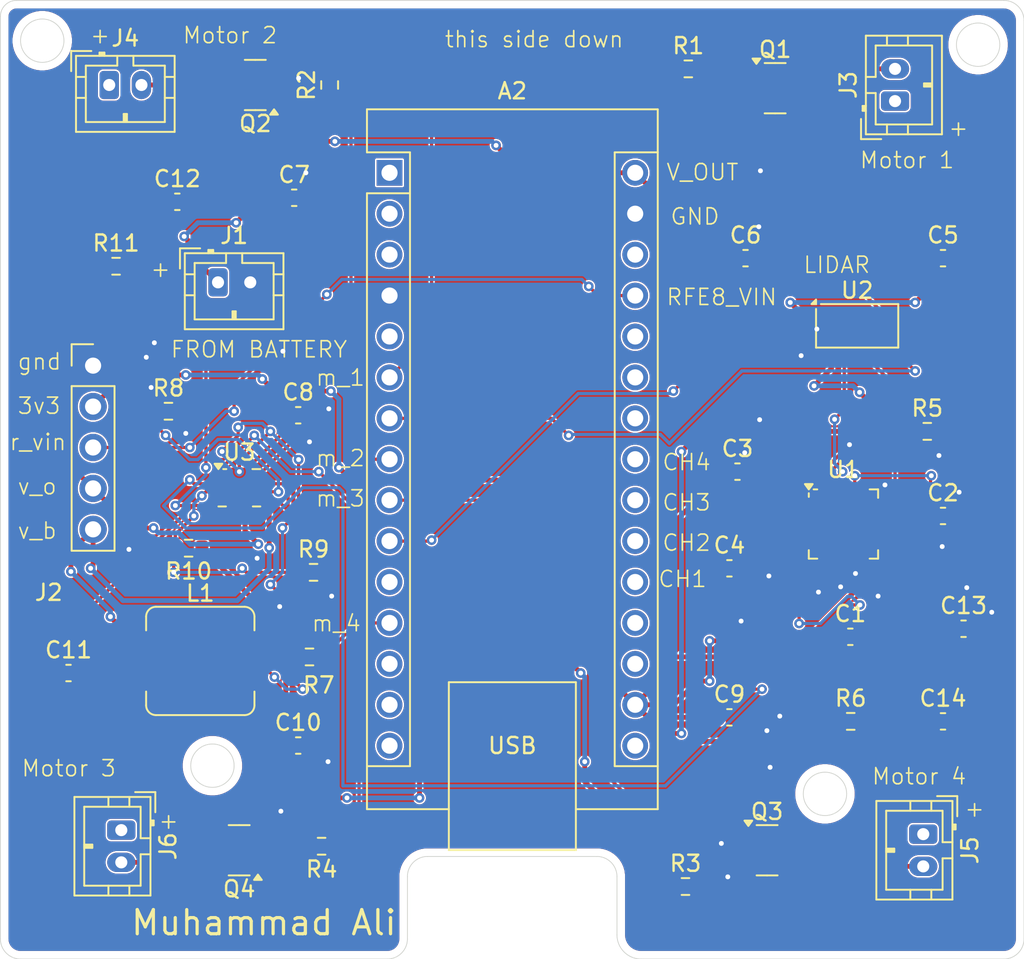
<source format=kicad_pcb>
(kicad_pcb (version 20241229) (generator "pcbnew") (generator_version "9.0")
  (layers (0 "F.Cu" signal) (4 "In1.Cu" signal) (6 "In2.Cu" signal) (2 "B.Cu" signal) (13 "F.Paste" user) (15 "B.Paste" user) (5 "F.SilkS" user "F.Silkscreen") (7 "B.SilkS" user "B.Silkscreen") (1 "F.Mask" user) (3 "B.Mask" user) (25 "Edge.Cuts" user))
  (net 0 "")
  (net 1 "/Motor Switch 3")
  (net 8 "GND")
  (net 9 "/Motor Switch2")
  (net 10 "+3V3")
  (net 14 "V_OUT")
  (net 15 "CH4")
  (net 17 "/LIDAR_GPIO1")
  (net 18 "CH3")
  (net 19 "CH1")
  (net 22 "/MOTOR0_SWITCH1")
  (net 23 "CH2")
  (net 24 "/Motor Switch 4")
  (net 25 "R8EF_VIN")
  (net 27 "/LIDAR_XSHUT")
  (net 30 "Net-(U1-REGOUT)")
  (net 31 "Net-(U1-CPOUT)")
  (net 32 "V_BAT")
  (net 33 "Net-(U3-SW)")
  (net 34 "Net-(U3-BOOT)")
  (net 35 "Net-(U3-VCC)")
  (net 36 "Net-(U3-COMP)")
  (net 37 "Net-(C12-Pad1)")
  (net 38 "/Motor_Drain_1")
  (net 39 "Net-(Q1-G)")
  (net 40 "/Motor Drain 2")
  (net 41 "Net-(Q2-G)")
  (net 42 "Net-(Q3-G)")
  (net 43 "/Motor Drain 3")
  (net 44 "/Motor Drain 4")
  (net 45 "Net-(Q4-G)")
  (net 46 "SDA")
  (net 47 "SCL")
  (net 48 "Net-(U3-FSW)")
  (net 49 "Net-(U3-ILIM)")
  (net 50 "Net-(U3-FB)")
  (net 62 "/MCP_INT")
  (footprint "Resistor_SMD:R_0603_1608Metric" (layer "F.Cu") (at 68.925 91.75 180)
    (property "Reference" "R4")
    (property "Value" "100")
  )
  (footprint "Package_TO_SOT_SMD:SOT-23" (layer "F.Cu") (at 96.5625 92)
    (property "Reference" "Q3")
    (property "Value" "TSM2302CX")
  )
  (footprint "Resistor_SMD:R_0603_1608Metric" (layer "F.Cu") (at 60.675 73.25 180)
    (property "Reference" "R10")
    (property "Value" "681k")
  )
  (footprint "Package_DFN_QFN:Texas_VQFN-RNR0011A-11" (layer "F.Cu") (at 63.825 69.5)
    (property "Reference" "U3")
    (property "Value" "TPS61089")
  )
  (footprint "Connector_JST:JST_PH_B2B-PH-K_1x02_P2.00mm_Vertical" (layer "F.Cu") (at 104.5 45.5 90)
    (property "Reference" "J3")
    (property "Value" "Conn_01x02")
  )
  (footprint "Sensor_Motion:InvenSense_QFN-24_4x4mm_P0.5mm" (layer "F.Cu") (at 101.3 71.75)
    (property "Reference" "U1")
    (property "Value" "MPU-6050")
  )
  (footprint "Resistor_SMD:R_0603_1608Metric" (layer "F.Cu") (at 101.75 84)
    (property "Reference" "R6")
    (property "Value" "1k")
  )
  (footprint "Package_TO_SOT_SMD:SOT-23" (layer "F.Cu") (at 97.0625 44.7)
    (property "Reference" "Q1")
    (property "Value" "TSM2302CX")
  )
  (footprint "Capacitor_SMD:C_0603_1608Metric" (layer "F.Cu") (at 95.225 55.25)
    (property "Reference" "C6")
    (property "Value" "4.7uC")
  )
  (footprint "Resistor_SMD:R_0603_1608Metric" (layer "F.Cu") (at 69.425 44.5 90)
    (property "Reference" "R2")
    (property "Value" "100")
  )
  (footprint "Connector_JST:JST_PH_B2B-PH-K_1x02_P2.00mm_Vertical" (layer "F.Cu") (at 106.25 91 -90)
    (property "Reference" "J5")
    (property "Value" "Conn_01x02")
  )
  (footprint "Resistor_SMD:R_0603_1608Metric" (layer "F.Cu") (at 106.5 66)
    (property "Reference" "R5")
    (property "Value" "1k")
  )
  (footprint "Resistor_SMD:R_0603_1608Metric" (layer "F.Cu") (at 56.175 55.75)
    (property "Reference" "R11")
    (property "Value" "17.4 k")
  )
  (footprint "Connector_PinHeader_2.54mm:PinHeader_1x05_P2.54mm_Vertical" (layer "F.Cu") (at 54.75 61.92)
    (property "Reference" "J2")
    (property "Value" "Conn_01x05")
  )
  (footprint "Package_TO_SOT_SMD:SOT-23" (layer "F.Cu") (at 64.8125 44.5 180)
    (property "Reference" "Q2")
    (property "Value" "TSM2302CX")
  )
  (footprint "Capacitor_SMD:C_0603_1608Metric" (layer "F.Cu") (at 107.475 84)
    (property "Reference" "C14")
    (property "Value" "22 uF")
  )
  (footprint "Resistor_SMD:R_0603_1608Metric" (layer "F.Cu") (at 91.675 43.5)
    (property "Reference" "R1")
    (property "Value" "100")
  )
  (footprint "Module:Arduino_Nano" (layer "F.Cu") (at 73.14 49.95)
    (property "Reference" "A2")
    (property "Value" "Arduino_Nano_v3.x")
  )
  (footprint "Resistor_SMD:R_0603_1608Metric" (layer "F.Cu") (at 68.175 80)
    (property "Reference" "R7")
    (property "Value" "301k")
  )
  (footprint "Capacitor_SMD:C_0603_1608Metric" (layer "F.Cu") (at 59.975 51.75)
    (property "Reference" "C12")
    (property "Value" "4.7 nF")
  )
  (footprint "Capacitor_SMD:C_0603_1608Metric" (layer "F.Cu") (at 67.225 51.5)
    (property "Reference" "C7")
    (property "Value" "22 uF")
  )
  (footprint "Resistor_SMD:R_0603_1608Metric" (layer "F.Cu") (at 68.425 74.75)
    (property "Reference" "R9")
    (property "Value" "107k")
  )
  (footprint "Package_TO_SOT_SMD:SOT-23" (layer "F.Cu") (at 63.8125 92 180)
    (property "Reference" "Q4")
    (property "Value" "TSM2302CX")
  )
  (footprint "Capacitor_SMD:C_0603_1608Metric" (layer "F.Cu") (at 67.475 65)
    (property "Reference" "C8")
    (property "Value" ".1 uF")
  )
  (footprint "Capacitor_SMD:C_0603_1608Metric" (layer "F.Cu") (at 94.225 74.5)
    (property "Reference" "C4")
    (property "Value" "10nF")
  )
  (footprint "Capacitor_SMD:C_0603_1608Metric" (layer "F.Cu") (at 107.475 55.25)
    (property "Reference" "C5")
    (property "Value" ".1uC")
  )
  (footprint "Resistor_SMD:R_0603_1608Metric" (layer "F.Cu") (at 59.425 64.75)
    (property "Reference" "R8")
    (property "Value" "127 k")
  )
  (footprint "Capacitor_SMD:C_0603_1608Metric" (layer "F.Cu") (at 53.225 81)
    (property "Reference" "C11")
    (property "Value" "4.7 nF")
  )
  (footprint "Capacitor_SMD:C_0603_1608Metric" (layer "F.Cu") (at 101.725 78.75)
    (property "Reference" "C1")
    (property "Value" ".1 uF")
  )
  (footprint "Connector_JST:JST_PH_B2B-PH-K_1x02_P2.00mm_Vertical" (layer "F.Cu") (at 56.5 90.75 -90)
    (property "Reference" "J6")
    (property "Value" "Conn_01x02")
  )
  (footprint "Capacitor_SMD:C_0603_1608Metric" (layer "F.Cu") (at 67.475 85.5)
    (property "Reference" "C10")
    (property "Value" "22 uF")
  )
  (footprint "Resistor_SMD:R_0603_1608Metric" (layer "F.Cu") (at 91.5 94.25)
    (property "Reference" "R3")
    (property "Value" "100")
  )
  (footprint "Connector_JST:JST_PH_B2B-PH-K_1x02_P2.00mm_Vertical" (layer "F.Cu") (at 62.5 56.75)
    (property "Reference" "J1")
    (property "Value" "Conn_01x02")
  )
  (footprint "Capacitor_SMD:C_0603_1608Metric" (layer "F.Cu") (at 108.75 78.25)
    (property "Reference" "C13")
    (property "Value" "22 uF")
  )
  (footprint "Capacitor_SMD:C_0603_1608Metric" (layer "F.Cu") (at 94.725 68.5)
    (property "Reference" "C3")
    (property "Value" ".1uF")
  )
  (footprint "Capacitor_SMD:C_0603_1608Metric" (layer "F.Cu") (at 107.475 71.25)
    (property "Reference" "C2")
    (property "Value" "2.2 nF")
  )
  (footprint "Sensor_Distance:ST_VL53L1x" (layer "F.Cu") (at 102.15 59.45)
    (property "Reference" "U2")
    (property "Value" "VL53L0CXV0DH1")
  )
  (footprint "Capacitor_SMD:C_0603_1608Metric" (layer "F.Cu") (at 94.225 83.75)
    (property "Reference" "C9")
    (property "Value" "2.2 uF")
  )
  (footprint "Inductor_SMD:L_Sumida_CDMC6D28_7.25x6.5mm" (layer "F.Cu") (at 61.4 80.25)
    (property "Reference" "L1")
    (property "Value" "1.8 uH")
  )
  (footprint "Connector_JST:JST_PH_B2B-PH-K_1x02_P2.00mm_Vertical" (layer "F.Cu") (at 55.75 44.5)
    (property "Reference" "J4")
    (property "Value" "Conn_01x02")
  )
  (gr_arc (start 74.25 93.633883) (mid 74.616117 92.75) (end 75.5 92.383883) (stroke (width 0.05)) (layer "Edge.Cuts"))
  (gr_line (start 74.25 97.5) (end 74.25 93.633883) (stroke (width 0.05)) (layer "Edge.Cuts"))
  (gr_circle (center 100.153709 88.5) (end 99.653709 87.25) (stroke (width 0.05)) (fill no) (layer "Edge.Cuts"))
  (gr_arc (start 112.5 97.5) (mid 112.133883 98.383883) (end 111.25 98.75) (stroke (width 0.05)) (layer "Edge.Cuts"))
  (gr_line (start 49 40.25) (end 49 97.5) (stroke (width 0.05)) (layer "Edge.Cuts"))
  (gr_arc (start 86 92.383883) (mid 86.883883 92.75) (end 87.25 93.633883) (stroke (width 0.05)) (layer "Edge.Cuts"))
  (gr_line (start 75.5 92.383883) (end 86 92.383883) (stroke (width 0.05)) (layer "Edge.Cuts"))
  (gr_circle (center 62.153709 86.75) (end 61.653709 85.5) (stroke (width 0.05)) (fill no) (layer "Edge.Cuts"))
  (gr_line (start 87.25 93.640419) (end 87.25 97.25) (stroke (width 0.05)) (layer "Edge.Cuts"))
  (gr_line (start 50.25 98.75) (end 73 98.75) (stroke (width 0.05)) (layer "Edge.Cuts"))
  (gr_circle (center 51.596291 41.75) (end 51.096291 40.5) (stroke (width 0.05)) (fill no) (layer "Edge.Cuts"))
  (gr_line (start 50 39.25) (end 111.25 39.25) (stroke (width 0.05)) (layer "Edge.Cuts"))
  (gr_line (start 88.75 98.75) (end 111.25 98.75) (stroke (width 0.05)) (layer "Edge.Cuts"))
  (gr_arc (start 50.25 98.75) (mid 49.366117 98.383883) (end 49 97.5) (stroke (width 0.05)) (layer "Edge.Cuts"))
  (gr_circle (center 109.653709 42) (end 109.153709 40.75) (stroke (width 0.05)) (fill no) (layer "Edge.Cuts"))
  (gr_arc (start 74.25 97.5) (mid 73.883883 98.383883) (end 73 98.75) (stroke (width 0.05)) (layer "Edge.Cuts"))
  (gr_arc (start 88.75 98.75) (mid 87.68934 98.31066) (end 87.25 97.25) (stroke (width 0.05)) (layer "Edge.Cuts"))
  (gr_arc (start 49 40.25) (mid 49.292893 39.542893) (end 50 39.25) (stroke (width 0.05)) (layer "Edge.Cuts"))
  (gr_arc (start 111.25 39.25) (mid 112.133883 39.616117) (end 112.5 40.5) (stroke (width 0.05)) (layer "Edge.Cuts"))
  (gr_line (start 112.5 40.5) (end 112.5 97.5) (stroke (width 0.05)) (layer "Edge.Cuts"))
  (gr_text "Motor 3" (at 50.25 87.5 0) (layer "F.SilkS") (effects (font (size 1 1) (thickness 0.1)) (justify left bottom)))
  (gr_text "CH4" (at 90 68.5 0) (layer "F.SilkS") (effects (font (size 1 1) (thickness 0.1)) (justify left bottom)))
  (gr_text "LIDAR" (at 98.75 56.25 0) (layer "F.SilkS") (effects (font (size 1 1) (thickness 0.1)) (justify left bottom)))
  (gr_text "Muhammad Ali" (at 57 97.375 0) (layer "F.SilkS") (effects (font (size 1.5 1.5) (thickness 0.2) (bold yes)) (justify left bottom)))
  (gr_text "+" (at 58.25 56.5 0) (layer "F.SilkS") (effects (font (size 1 1) (thickness 0.1)) (justify left bottom)))
  (gr_text "3v3" (at 50 65 0) (layer "F.SilkS") (effects (font (size 1 1) (thickness 0.1)) (justify left bottom)))
  (gr_text "m_1" (at 68.5 63.25 0) (layer "F.SilkS") (effects (font (size 1 1) (thickness 0.1)) (justify left bottom)))
  (gr_text "GND" (at 90.5 53.25 0) (layer "F.SilkS") (effects (font (size 1 1) (thickness 0.1)) (justify left bottom)))
  (gr_text "CH1" (at 89.75 75.75 0) (layer "F.SilkS") (effects (font (size 1 1) (thickness 0.1)) (justify left bottom)))
  (gr_text "Motor 2" (at 60.25 42 0) (layer "F.SilkS") (effects (font (size 1 1) (thickness 0.1)) (justify left bottom)))
  (gr_text "CH2" (at 90 73.5 0) (layer "F.SilkS") (effects (font (size 1 1) (thickness 0.1)) (justify left bottom)))
  (gr_text "v_b" (at 50 72.75 0) (layer "F.SilkS") (effects (font (size 1 1) (thickness 0.1)) (justify left bottom)))
  (gr_text "+" (at 107.75 47.75 0) (layer "F.SilkS") (effects (font (size 1 1) (thickness 0.1)) (justify left bottom)))
  (gr_text "m_2" (at 68.5 68.25 0) (layer "F.SilkS") (effects (font (size 1 1) (thickness 0.1)) (justify left bottom)))
  (gr_text "Motor 1\n" (at 102.25 49.75 0) (layer "F.SilkS") (effects (font (size 1 1) (thickness 0.1)) (justify left bottom)))
  (gr_text "RFE8_VIN" (at 90.25 58.25 0) (layer "F.SilkS") (effects (font (size 1 1) (thickness 0.1)) (justify left bottom)))
  (gr_text "FROM BATTERY" (at 59.5 61.5 0) (layer "F.SilkS") (effects (font (size 1 1) (thickness 0.1)) (justify left bottom)))
  (gr_text "Motor 4" (at 103 88 0) (layer "F.SilkS") (effects (font (size 1 1) (thickness 0.1)) (justify left bottom)))
  (gr_text "v_o" (at 50 70 0) (layer "F.SilkS") (effects (font (size 1 1) (thickness 0.1)) (justify left bottom)))
  (gr_text "r_vin" (at 49.5 67.25 0) (layer "F.SilkS") (effects (font (size 1 1) (thickness 0.1)) (justify left bottom)))
  (gr_text "CH3" (at 90 71 0) (layer "F.SilkS") (effects (font (size 1 1) (thickness 0.1)) (justify left bottom)))
  (gr_text "gnd" (at 50 62.25 0) (layer "F.SilkS") (effects (font (size 1 1) (thickness 0.1)) (justify left bottom)))
  (gr_text "m_4" (at 68.25 78.5 0) (layer "F.SilkS") (effects (font (size 1 1) (thickness 0.1)) (justify left bottom)))
  (gr_text "V_OUT" (at 90.25 50.5 0) (layer "F.SilkS") (effects (font (size 1 1) (thickness 0.1)) (justify left bottom)))
  (gr_text "m_3" (at 68.5 70.75 0) (layer "F.SilkS") (effects (font (size 1 1) (thickness 0.1)) (justify left bottom)))
  (gr_text "+" (at 58.75 90.75 0) (layer "F.SilkS") (effects (font (size 1 1) (thickness 0.1)) (justify left bottom)))
  (gr_text "this side down" (at 76.5 42.25 0) (layer "F.SilkS") (effects (font (size 1 1) (thickness 0.1)) (justify left bottom)))
  (gr_text "+" (at 108.75 90 0) (layer "F.SilkS") (effects (font (size 1 1) (thickness 0.1)) (justify left bottom)))
  (gr_text "+" (at 54.5 42 0) (layer "F.SilkS") (effects (font (size 1 1) (thickness 0.1)) (justify left bottom)))
  (segment (start 90.675 91.425) (end 86 86.75) (width 0.2) (layer "F.Cu") (net 1))
  (segment (start 80.77 70.27) (end 73.14 70.27) (width 0.2) (layer "F.Cu") (net 1))
  (segment (start 86 75.5) (end 80.77 70.27) (width 0.2) (layer "F.Cu") (net 1))
  (segment (start 86 86.75) (end 86 75.5) (width 0.2) (layer "F.Cu") (net 1))
  (segment (start 90.675 94.25) (end 90.675 91.425) (width 0.2) (layer "F.Cu") (net 1))
  (segment (start 65.75 43.55) (end 66.975 43.55) (width 0.2) (layer "F.Cu") (net 8))
  (segment (start 66.225 89.575) (end 64.75 91.05) (width 0.2) (layer "F.Cu") (net 8))
  (segment (start 101.675 66.825) (end 97.175 66.825) (width 0.2) (layer "F.Cu") (net 8))
  (segment (start 67.95 49.95) (end 67.95 51.45) (width 0.2) (layer "F.Cu") (net 8))
  (segment (start 103.25 70.5) (end 103.25 69.95) (width 0.2) (layer "F.Cu") (net 8))
  (segment (start 58.55 60.5) (end 58.225 60.825) (width 0.2) (layer "F.Cu") (net 8))
  (segment (start 101.05 74.3) (end 99.75 75.6) (width 0.2) (layer "F.Cu") (net 8))
  (segment (start 68.375 73.875) (end 64.925 73.875) (width 0.2) (layer "F.Cu") (net 8))
  (segment (start 96.676 54.574) (end 96 55.25) (width 0.2) (layer "F.Cu") (net 8))
  (segment (start 96.125 49.8) (end 96.15 49.825) (width 0.2) (layer "F.Cu") (net 8))
  (segment (start 65.666479 76.875) (end 66.325 76.875) (width 0.2) (layer "F.Cu") (net 8))
  (segment (start 97.35 83.675) (end 97.025 83.675) (width 0.2) (layer "F.Cu") (net 8))
  (segment (start 93.24 52.49) (end 88.38 52.49) (width 0.2) (layer "F.Cu") (net 8))
  (segment (start 102.046446 74.821446) (end 102.046446 74.728554) (width 0.2) (layer "F.Cu") (net 8))
  (segment (start 96.95 83.75) (end 95 83.75) (width 0.3) (layer "F.Cu") (net 8))
  (segment (start 70.45 71.45) (end 68.125 69.125) (width 0.2) (layer "F.Cu") (net 8))
  (segment (start 60.75 51.75) (end 60.75 53) (width 0.2) (layer "F.Cu") (net 8))
  (segment (start 101.125 75.65) (end 102.05 74.725) (width 0.2) (layer "F.Cu") (net 8))
  (segment (start 55.98 61.92) (end 54.75 61.92) (width 0.2) (layer "F.Cu") (net 8))
  (segment (start 68.125 66.7) (end 68.175 66.65) (width 0.2) (layer "F.Cu") (net 8))
  (segment (start 63.475 74.683521) (end 65.666479 76.875) (width 0.2) (layer "F.Cu") (net 8))
  (segment (start 99 70.5) (end 99.35 70.5) (width 0.2) (layer "F.Cu") (net 8))
  (segment (start 108.25 72.325) (end 108.25 71.25) (width 0.2) (layer "F.Cu") (net 8))
  (segment (start 109.525 78.25) (end 109.525 82.725) (width 0.2) (layer "F.Cu") (net 8))
  (segment (start 70.45 73.1) (end 70.45 71.45) (width 0.2) (layer "F.Cu") (net 8))
  (segment (start 108.25 56.208521) (end 105.008521 59.45) (width 0.2) (layer "F.Cu") (net 8))
  (segment (start 100.55 59.45) (end 99.85 59.45) (width 0.2) (layer "F.Cu") (net 8))
  (segment (start 95 83.75) (end 95.725 83.75) (width 0.2) (layer "F.Cu") (net 8))
  (segment (start 70.001 63.974) (end 70.001 63.026) (width 0.2) (layer "F.Cu") (net 8))
  (segment (start 103.25 69.95) (end 103.875 69.325) (width 0.2) (layer "F.Cu") (net 8))
  (segment (start 57.075 60.825) (end 55.98 61.92) (width 0.2) (layer "F.Cu") (net 8))
  (segment (start 60.5 65) (end 60.25 64.75) (width 0.2) (layer "F.Cu") (net 8))
  (segment (start 94.925 93.65) (end 95.625 92.95) (width 0.3) (layer "F.Cu") (net 8))
  (segment (start 97.025 83.675) (end 96.95 83.75) (width 0.2) (layer "F.Cu") (net 8))
  (segment (start 95 74.5) (end 99 70.5) (width 0.2) (layer "F.Cu") (net 8))
  (segment (start 69.25 74.75) (end 68.375 73.875) (width 0.2) (layer "F.Cu") (net 8))
  (segment (start 102.05 74.725) (end 102.05 73.7) (width 0.2) (layer "F.Cu") (net 8))
  (segment (start 101.05 73.7) (end 101.05 74.3) (width 0.2) (layer "F.Cu") (net 8))
  (segment (start 60.75 53) (end 64.5 56.75) (width 0.2) (layer "F.Cu") (net 8))
  (segment (start 57.53 61.92) (end 54.75 61.92) (width 0.2) (layer "F.Cu") (net 8))
  (segment (start 95 74.5) (end 95 77.725) (width 0.2) (layer "F.Cu") (net 8))
  (segment (start 53.324 81.676) (end 52.04231 81.676) (width 0.2) (layer "F.Cu") (net 8))
  (segment (start 96 55.25) (end 93.24 52.49) (width 0.2) (layer "F.Cu") (net 8))
  (segment (start 58.05 61.4) (end 57.53 61.92) (width 0.2) (layer "F.Cu") (net 8))
  (segment (start 95.5 68.5) (end 97.35 68.5) (width 0.2) (layer "F.Cu") (net 8))
  (segment (start 54 81) (end 54 82.75) (width 0.2) (layer "F.Cu") (net 8))
  (segment (start 95.175 68.175) (end 95.5 68.5) (width 0.2) (layer "F.Cu") (net 8))
  (segment (start 100.55 59.45) (end 101.35 58.65) (width 0.2) (layer "F.Cu") (net 8))
  (segment (start 110.5 77.225) (end 110.5 77.275) (width 0.2) (layer "F.Cu") (net 8))
  (segment (start 102.15 58.65) (end 102.95 58.65) (width 0.2) (layer "F.Cu") (net 8))
  (segment (start 51.799 78.501) (end 56.975 73.325) (width 0.2) (layer "F.Cu") (net 8))
  (segment (start 102.5 78.75) (end 103.45 77.8) (width 0.2) (layer "F.Cu") (net 8))
  (segment (start 102.046446 74.728554) (end 102.05 74.725) (width 0.2) (layer "F.Cu") (net 8))
  (segment (start 109.525 82.725) (end 108.25 84) (width 0.2) (layer "F.Cu") (net 8))
  (segment (start 95.175 67.325) (end 95.175 68.175) (width 0.2) (layer "F.Cu") (net 8))
  (segment (start 59.825 64.75) (end 58.35 63.275) (width 0.2) (layer "F.Cu") (net 8))
  (segment (start 66.975 43.55) (end 67.5 44.075) (width 0.2) (layer "F.Cu") (net 8))
  (segment (start 68.125 69.125) (end 68.125 66.7) (width 0.2) (layer "F.Cu") (net 8))
  (segment (start 66.4 89.575) (end 66.225 89.575) (width 0.2) (layer "F.Cu") (net 8))
  (segment (start 96.75 88.55) (end 93.725 91.575) (width 0.3) (layer "F.Cu") (net 8))
  (segment (start 110.5 77.275) (end 109.525 78.25) (width 0.2) (layer "F.Cu") (net 8))
  (segment (start 70.001 63.026) (end 68 61.025) (width 0.2) (layer "F.Cu") (net 8))
  (segment (start 103.45 77.8) (end 103.45 76.225) (width 0.2) (layer "F.Cu") (net 8))
  (segment (start 96.05 53.3) (end 96.05 55.2) (width 0.3) (layer "F.Cu") (net 8))
  (segment (start 63.475 70.2) (end 63.475 74.683521) (width 0.2) (layer "F.Cu") (net 8))
  (segment (start 108.25 71.25) (end 109.625 69.875) (width 0.2) (layer "F.Cu") (net 8))
  (segment (start 51.799 81.43269) (end 51.799 78.501) (width 0.2) (layer "F.Cu") (net 8))
  (segment (start 107.574 54.574) (end 96.676 54.574) (width 0.2) (layer "F.Cu") (net 8))
  (segment (start 68.25 85.5) (end 68.325 85.5) (width 0.2) (layer "F.Cu") (net 8))
  (segment (start 102.95 58.65) (end 103.75 59.45) (width 0.2) (layer "F.Cu") (net 8))
  (segment (start 54 82.75) (end 62.3 91.05) (width 0.2) (layer "F.Cu") (net 8))
  (segment (start 69.55 76.225) (end 70.45 75.325) (width 0.2) (layer "F.Cu") (net 8))
  (segment (start 99.75 75.6) (end 99.75 75.975) (width 0.2) (layer "F.Cu") (net 8))
  (segment (start 95.475 74.975) (end 95 74.5) (width 0.2) (layer "F.Cu") (net 8))
  (segment (start 68.325 85.5) (end 69.325 86.5) (width 0.2) (layer "F.Cu") (net 8))
  (segment (start 96.491479 61.3) (end 96.1 61.691479) (width 0.2) (layer "F.Cu") (net 8))
  (segment (start 108.25 71.25) (end 108.25 75) (width 0.2) (layer "F.Cu") (net 8))
  (segment (start 109.75 69.875) (end 107.375 67.5) (width 0.2) (layer "F.Cu") (net 8))
  (segment (start 96.1 61.691479) (end 96.1 65.275) (width 0.2) (layer "F.Cu") (net 8))
  (segment (start 96.05 55.2) (end 96 55.25) (width 0.2) (layer "F.Cu") (net 8))
  (segment (start 107.425 73.15) (end 108.25 72.325) (width 0.2) (layer "F.Cu") (net 8))
  (segment (start 54 81) (end 53.324 81.676) (width 0.2) (layer "F.Cu") (net 8))
  (segment (start 62.3 91.05) (end 64.75 91.05) (width 0.2) (layer "F.Cu") (net 8))
  (segment (start 68 53.25) (end 64.5 56.75) (width 0.2) (layer "F.Cu") (net 8))
  (segment (start 95 77.725) (end 94.95 77.775) (width 0.2) (layer "F.Cu") (net 8))
  (segment (start 99.85 59.45) (end 99.65 59.65) (width 0.2) (layer "F.Cu") (net 8))
  (segment (start 69.375 64.6) (end 70.001 63.974) (width 0.2) (layer "F.Cu") (net 8))
  (segment (start 68 61.025) (end 66.525 61.025) (width 0.2) (layer "F.Cu") (net 8))
  (segment (start 97.175 66.825) (end 95.5 68.5) (width 0.2) (layer "F.Cu") (net 8))
  (segment (start 68 51.5) (end 68 53.25) (width 0.2) (layer "F.Cu") (net 8))
  (segment (start 60.5 66.125) (end 60.5 65) (width 0.2) (layer "F.Cu") (net 8))
  (segment (start 52.04231 81.676) (end 51.799 81.43269) (width 0.2) (layer "F.Cu") (net 8))
  (segment (start 108.25 55.25) (end 107.574 54.574) (width 0.2) (layer "F.Cu") (net 8))
  (segment (start 101.35 58.65) (end 102.15 58.65) (width 0.2) (layer "F.Cu") (net 8))
  (segment (start 96.125 45.65) (end 96.125 49.8) (width 0.3) (layer "F.Cu") (net 8))
  (segment (start 98.675 61.3) (end 96.491479 61.3) (width 0.2) (layer "F.Cu") (net 8))
  (segment (start 96.675 74.975) (end 95.475 74.975) (width 0.2) (layer "F.Cu") (net 8))
  (segment (start 108.475 69.775) (end 108.475 71.025) (width 0.2) (layer "F.Cu") (net 8))
  (segment (start 108.25 75) (end 108.95 75.7) (width 0.2) (layer "F.Cu") (net 8))
  (segment (start 107.375 67.5) (end 107.225 67.5) (width 0.2) (layer "F.Cu") (net 8))
  (segment (start 109.625 69.875) (end 109.75 69.875) (width 0.2) (layer "F.Cu") (net 8))
  (segment (start 70.45 75.325) (end 70.45 73.1) (width 0.2) (layer "F.Cu") (net 8))
  (segment (start 58.225 60.825) (end 57.075 60.825) (width 0.2) (layer "F.Cu") (net 8))
  (segment (start 105.008521 59.45) (end 103.75 59.45) (width 0.2) (layer "F.Cu") (net 8))
  (segment (start 108.25 55.25) (end 108.25 56.208521) (width 0.2) (layer "F.Cu") (net 8))
  (segment (start 67.95 51.45) (end 68 51.5) (width 0.2) (layer "F.Cu") (net 8))
  (segment (start 94.125 93.65) (end 94.925 93.65) (width 0.3) (layer "F.Cu") (net 8))
  (segment (start 60.25 64.75) (end 59.825 64.75) (width 0.2) (layer "F.Cu") (net 8))
  (segment (start 95.725 83.75) (end 96.55 84.575) (width 0.3) (layer "F.Cu") (net 8))
  (segment (start 97.35 68.5) (end 99.35 70.5) (width 0.2) (layer "F.Cu") (net 8))
  (segment (start 96.75 86.85) (end 96.75 88.55) (width 0.3) (layer "F.Cu") (net 8))
  (segment (start 108.475 71.025) (end 108.25 71.25) (width 0.2) (layer "F.Cu") (net 8))
  (via (at 99.65 59.65) (size 0.6) (drill 0.3) (layers "F.Cu" "B.Cu") (net 8))
  (via (at 93.725 91.575) (size 0.6) (drill 0.3) (layers "F.Cu" "B.Cu") (net 8))
  (via (at 96.1 65.275) (size 0.6) (drill 0.3) (layers "F.Cu" "B.Cu") (net 8))
  (via (at 56.975 73.325) (size 0.6) (drill 0.3) (layers "F.Cu" "B.Cu") (net 8))
  (via (at 103.875 69.325) (size 0.6) (drill 0.3) (layers "F.Cu" "B.Cu") (net 8))
  (via (at 64.925 73.875) (size 0.6) (drill 0.3) (layers "F.Cu" "B.Cu") (net 8))
  (via (at 101.125 75.65) (size 0.6) (drill 0.3) (layers "F.Cu" "B.Cu") (net 8))
  (via (at 94.95 77.775) (size 0.6) (drill 0.3) (layers "F.Cu" "B.Cu") (net 8))
  (via (at 97.35 83.675) (size 0.6) (drill 0.3) (layers "F.Cu" "B.Cu") (net 8))
  (via (at 102.046446 74.821446) (size 0.6) (drill 0.3) (layers "F.Cu" "B.Cu") (net 8))
  (via (at 108.95 75.7) (size 0.6) (drill 0.3) (layers "F.Cu" "B.Cu") (net 8))
  (via (at 101.675 66.825) (size 0.6) (drill 0.3) (layers "F.Cu" "B.Cu") (net 8))
  (via (at 66.325 76.875) (size 0.6) (drill 0.3) (layers "F.Cu" "B.Cu") (net 8))
  (via (at 69.325 86.5) (size 0.6) (drill 0.3) (layers "F.Cu" "B.Cu") (net 8))
  (via (at 107.225 67.5) (size 0.6) (drill 0.3) (layers "F.Cu" "B.Cu") (net 8))
  (via (at 66.525 61.025) (size 0.6) (drill 0.3) (layers "F.Cu" "B.Cu") (net 8))
  (via (at 96.05 53.3) (size 0.6) (drill 0.3) (layers "F.Cu" "B.Cu") (net 8))
  (via (at 96.675 74.975) (size 0.6) (drill 0.3) (layers "F.Cu" "B.Cu") (net 8))
  (via (at 96.15 49.825) (size 0.6) (drill 0.3) (layers "F.Cu" "B.Cu") (net 8))
  (via (at 103.45 76.225) (size 0.6) (drill 0.3) (layers "F.Cu" "B.Cu") (net 8))
  (via (at 99.75 75.975) (size 0.6) (drill 0.3) (layers "F.Cu" "B.Cu") (net 8))
  (via (at 69.375 64.6) (size 0.6) (drill 0.3) (layers "F.Cu" "B.Cu") (net 8))
  (via (at 58.35 63.275) (size 0.6) (drill 0.3) (layers "F.Cu" "B.Cu") (net 8))
  (via (at 96.75 86.85) (size 0.6) (drill 0.3) (layers "F.Cu" "B.Cu") (net 8))
  (via (at 110.5 77.225) (size 0.6) (drill 0.3) (layers "F.Cu" "B.Cu") (net 8))
  (via (at 96.55 84.575) (size 0.6) (drill 0.3) (layers "F.Cu" "B.Cu") (net 8))
  (via (at 95.175 67.325) (size 0.6) (drill 0.3) (layers "F.Cu" "B.Cu") (net 8))
  (via (at 58.55 60.5) (size 0.6) (drill 0.3) (layers "F.Cu" "B.Cu") (net 8))
  (via (at 67.95 49.95) (size 0.6) (drill 0.3) (layers "F.Cu" "B.Cu") (net 8))
  (via (at 107.425 73.15) (size 0.6) (drill 0.3) (layers "F.Cu" "B.Cu") (net 8))
  (via (at 68.175 66.65) (size 0.6) (drill 0.3) (layers "F.Cu" "B.Cu") (net 8))
  (via (at 94.125 93.65) (size 0.6) (drill 0.3) (layers "F.Cu" "B.Cu") (net 8))
  (via (at 67.5 44.075) (size 0.6) (drill 0.3) (layers "F.Cu" "B.Cu") (net 8))
  (via (at 66.4 89.575) (size 0.6) (drill 0.3) (layers "F.Cu" "B.Cu") (net 8))
  (via (at 108.475 69.775) (size 0.6) (drill 0.3) (layers "F.Cu" "B.Cu") (net 8))
  (via (at 60.5 66.125) (size 0.6) (drill 0.3) (layers "F.Cu" "B.Cu") (net 8))
  (via (at 58.05 61.4) (size 0.6) (drill 0.3) (layers "F.Cu" "B.Cu") (net 8))
  (via (at 69.55 76.225) (size 0.6) (drill 0.3) (layers "F.Cu" "B.Cu") (net 8))
  (via (at 98.675 61.3) (size 0.6) (drill 0.3) (layers "F.Cu" "B.Cu") (net 8))
  (segment (start 57.45 74.925) (end 57.45 65.75) (width 0.2) (layer "B.Cu") (net 8))
  (segment (start 69.375 65.45) (end 69.375 64.6) (width 0.2) (layer "B.Cu") (net 8))
  (segment (start 58.35 61.7) (end 58.05 61.4) (width 0.2) (layer "B.Cu") (net 8))
  (segment (start 93.725 91.575) (end 93.725 93.25) (width 0.3) (layer "B.Cu") (net 8))
  (segment (start 102.35 67.5) (end 101.675 66.825) (width 0.2) (layer "B.Cu") (net 8))
  (segment (start 64.925 74.575) (end 63.6 75.9) (width 0.2) (layer "B.Cu") (net 8))
  (segment (start 96.1 65.275) (end 96.1 66.4) (width 0.2) (layer "B.Cu") (net 8))
  (segment (start 102.046446 74.821446) (end 102.225 75) (width 0.2) (layer "B.Cu") (net 8))
  (segment (start 64.925 73.875) (end 64.925 74.575) (width 0.2) (layer "B.Cu") (net 8))
  (segment (start 108.95 75.7) (end 110.475 77.225) (width 0.2) (layer "B.Cu") (net 8))
  (segment (start 107.225 67.5) (end 102.35 67.5) (width 0.2) (layer "B.Cu") (net 8))
  (segment (start 66.325 76.875) (end 69.55 76.875) (width 0.2) (layer "B.Cu") (net 8))
  (segment (start 102.225 75) (end 105.575 75) (width 0.2) (layer "B.Cu") (net 8))
  (segment (start 69.325 86.5) (end 66.4 89.425) (width 0.2) (layer "B.Cu") (net 8))
  (segment (start 63.6 75.9) (end 57.3 75.9) (width 0.2) (layer "B.Cu") (net 8))
  (segment (start 57.45 65.75) (end 60.125 65.75) (width 0.2) (layer "B.Cu") (net 8))
  (segment (start 67.5 44.075) (end 67.5 49.5) (width 0.2) (layer "B.Cu") (net 8))
  (segment (start 102.875 75.65) (end 101.125 75.65) (width 0.2) (layer "B.Cu") (net 8))
  (segment (start 94.95 77.775) (end 97.35 80.175) (width 0.2) (layer "B.Cu") (net 8))
  (segment (start 66.525 61.025) (end 59.075 61.025) (width 0.2) (layer "B.Cu") (net 8))
  (segment (start 56.975 64.145) (end 54.75 61.92) (width 0.2) (layer "B.Cu") (net 8))
  (segment (start 68.175 66.65) (end 69.375 65.45) (width 0.2) (layer "B.Cu") (net 8))
  (segment (start 96.55 86.65) (end 96.75 86.85) (width 0.2) (layer "B.Cu") (net 8))
  (segment (start 103.875 69.325) (end 108.025 69.325) (width 0.2) (layer "B.Cu") (net 8))
  (segment (start 97.35 80.175) (end 97.35 83.675) (width 0.3) (layer "B.Cu") (net 8))
  (segment (start 96.1 66.4) (end 95.175 67.325) (width 0.2) (layer "B.Cu") (net 8))
  (segment (start 60.125 65.75) (end 60.5 66.125) (width 0.2) (layer "B.Cu") (net 8))
  (segment (start 59.075 61.025) (end 58.55 60.5) (width 0.2) (layer "B.Cu") (net 8))
  (segment (start 69.55 76.875) (end 69.675 76.75) (width 0.2) (layer "B.Cu") (net 8))
  (segment (start 96.15 53.2) (end 96.05 53.3) (width 0.2) (layer "B.Cu") (net 8))
  (segment (start 57.3 75.9) (end 57.3 75.075) (width 0.2) (layer "B.Cu") (net 8))
  (segment (start 56.975 73.325) (end 56.975 64.145) (width 0.2) (layer "B.Cu") (net 8))
  (segment (start 57.3 75.075) (end 57.45 74.925) (width 0.2) (layer "B.Cu") (net 8))
  (segment (start 103.45 76.225) (end 102.875 75.65) (width 0.2) (layer "B.Cu") (net 8))
  (segment (start 105.575 75) (end 107.425 73.15) (width 0.2) (layer "B.Cu") (net 8))
  (segment (start 67.5 49.5) (end 67.95 49.95) (width 0.2) (layer "B.Cu") (net 8))
  (segment (start 99.65 60.325) (end 98.675 61.3) (width 0.2) (layer "B.Cu") (net 8))
  (segment (start 66.4 89.425) (end 66.4 89.575) (width 0.2) (layer "B.Cu") (net 8))
  (segment (start 58.35 63.275) (end 58.35 61.7) (width 0.2) (layer "B.Cu") (net 8))
  (segment (start 96.55 84.575) (end 96.55 86.65) (width 0.3) (layer "B.Cu") (net 8))
  (segment (start 108.025 69.325) (end 108.475 69.775) (width 0.2) (layer "B.Cu") (net 8))
  (segment (start 93.725 93.25) (end 94.125 93.65) (width 0.3) (layer "B.Cu") (net 8))
  (segment (start 99.75 75.975) (end 98.75 74.975) (width 0.2) (layer "B.Cu") (net 8))
  (segment (start 69.675 76.75) (end 69.675 76.35) (width 0.2) (layer "B.Cu") (net 8))
  (segment (start 110.475 77.225) (end 110.5 77.225) (width 0.2) (layer "B.Cu") (net 8))
  (segment (start 99.65 59.65) (end 99.65 60.325) (width 0.2) (layer "B.Cu") (net 8))
  (segment (start 98.75 74.975) (end 96.675 74.975) (width 0.2) (layer "B.Cu") (net 8))
  (segment (start 96.15 49.825) (end 96.15 53.2) (width 0.3) (layer "B.Cu") (net 8))
  (segment (start 69.675 76.35) (end 69.55 76.225) (width 0.2) (layer "B.Cu") (net 8))
  (segment (start 69.425 45.325) (end 70.75 46.65) (width 0.2) (layer "F.Cu") (net 9))
  (segment (start 70.75 46.65) (end 70.75 67.5) (width 0.2) (layer "F.Cu") (net 9))
  (segment (start 71 67.75) (end 71.02 67.73) (width 0.2) (layer "F.Cu") (net 9))
  (segment (start 70.75 67.5) (end 71 67.75) (width 0.2) (layer "F.Cu") (net 9))
  (segment (start 71.02 67.73) (end 73.14 67.73) (width 0.2) (layer "F.Cu") (net 9))
  (segment (start 103.25 73) (end 103.25 74.675) (width 0.3) (layer "F.Cu") (net 10))
  (segment (start 70.775 69.025) (end 81.275 69.025) (width 0.3) (layer "F.Cu") (net 10))
  (segment (start 104.95 57) (end 96.2 57) (width 0.3) (layer "F.Cu") (net 10))
  (segment (start 89.16 83.75) (end 88.38 82.97) (width 0.3) (layer "F.Cu") (net 10))
  (segment (start 96.2 57) (end 94.45 55.25) (width 0.3) (layer "F.Cu") (net 10))
  (segment (start 97.925 80) (end 90.5 80) (width 0.3) (layer "F.Cu") (net 10))
  (segment (start 106.7 57.05) (end 105.75 58) (width 0.3) (layer "F.Cu") (net 10))
  (segment (start 56.71 62.5) (end 60.5 62.5) (width 0.3) (layer "F.Cu") (net 10))
  (segment (start 91.25 84.75) (end 90.16 84.75) (width 0.3) (layer "F.Cu") (net 10))
  (segment (start 81.275 69.025) (end 86.5 74.25) (width 0.3) (layer "F.Cu") (net 10))
  (segment (start 90.5 80) (end 90.5 80.85) (width 0.3) (layer "F.Cu") (net 10))
  (segment (start 99.725 58.775) (end 100.41 58.775) (width 0.3) (layer "F.Cu") (net 10))
  (segment (start 98 58) (end 98.775 58.775) (width 0.3) (layer "F.Cu") (net 10))
  (segment (start 100.55 62.1) (end 100.55 60.25) (width 0.3) (layer "F.Cu") (net 10))
  (segment (start 92.5 66) (end 91.25 67.25) (width 0.3) (layer "F.Cu") (net 10))
  (segment (start 106.7 55.25) (end 104.95 57) (width 0.3) (layer "F.Cu") (net 10))
  (segment (start 92.5 84.25) (end 92 83.75) (width 0.3) (layer "F.Cu") (net 10))
  (segment (start 104.725 66) (end 102.3 63.575) (width 0.3) (layer "F.Cu") (net 10))
  (segment (start 98.775 58.775) (end 100.41 58.775) (width 0.3) (layer "F.Cu") (net 10))
  (segment (start 103.25 74.675) (end 97.925 80) (width 0.3) (layer "F.Cu") (net 10))
  (segment (start 90.78 82.97) (end 88.38 82.97) (width 0.3) (layer "F.Cu") (net 10))
  (segment (start 93.45 74.5) (end 93.45 78.2) (width 0.3) (layer "F.Cu") (net 10))
  (segment (start 70 68.25) (end 70.775 69.025) (width 0.3) (layer "F.Cu") (net 10))
  (segment (start 91 71.45) (end 91 79.5) (width 0.3) (layer "F.Cu") (net 10))
  (segment (start 86.5 81.09) (end 88.38 82.97) (width 0.3) (layer "F.Cu") (net 10))
  (segment (start 100.535 58.65) (end 100.41 58.775) (width 0.3) (layer "F.Cu") (net 10))
  (segment (start 99.475 63.175) (end 100.55 62.1) (width 0.3) (layer "F.Cu") (net 10))
  (segment (start 92 83.75) (end 89.16 83.75) (width 0.3) (layer "F.Cu") (net 10))
  (segment (start 93 81.5) (end 92.25 81.5) (width 0.3) (layer "F.Cu") (net 10))
  (segment (start 94.25 79) (end 93 79) (width 0.3) (layer "F.Cu") (net 10))
  (segment (start 98.75 59.75) (end 99.725 58.775) (width 0.3) (layer "F.Cu") (net 10))
  (segment (start 99.675 85.25) (end 92.5 85.25) (width 0.3) (layer "F.Cu") (net 10))
  (segment (start 54.75 64.46) (end 56.71 62.5) (width 0.3) (layer "F.Cu") (net 10))
  (segment (start 90.16 84.75) (end 88.38 82.97) (width 0.3) (layer "F.Cu") (net 10))
  (segment (start 106.7 55.25) (end 106.7 57.05) (width 0.3) (layer "F.Cu") (net 10))
  (segment (start 65.25 62.75) (end 66 63.5) (width 0.3) (layer "F.Cu") (net 10))
  (segment (start 100.55 60.25) (end 98.75 60.25) (width 0.3) (layer "F.Cu") (net 10))
  (segment (start 93.95 68.5) (end 91 71.45) (width 0.3) (layer "F.Cu") (net 10))
  (segment (start 105.675 66) (end 104.725 66) (width 0.3) (layer "F.Cu") (net 10))
  (segment (start 105.675 66) (end 92.5 66) (width 0.3) (layer "F.Cu") (net 10))
  (segment (start 100.55 73.7) (end 100.55 74.175) (width 0.3) (layer "F.Cu") (net 10))
  (segment (start 66 63.5) (end 69.5 63.5) (width 0.3) (layer "F.Cu") (net 10))
  (segment (start 91 79.5) (end 90.5 80) (width 0.3) (layer "F.Cu") (net 10))
  (segment (start 100.55 74.175) (end 95.725 79) (width 0.3) (layer "F.Cu") (net 10))
  (segment (start 100.55 58.65) (end 100.535 58.65) (width 0.3) (layer "F.Cu") (net 10))
  (segment (start 92.5 85.25) (end 92.5 84.25) (width 0.3) (layer "F.Cu") (net 10))
  (segment (start 100.925 84) (end 99.675 85.25) (width 0.3) (layer "F.Cu") (net 10))
  (segment (start 86.5 74.25) (end 86.5 81.09) (width 0.3) (layer "F.Cu") (net 10))
  (segment (start 98.75 60.25) (end 98.75 59.75) (width 0.3) (layer "F.Cu") (net 10))
  (segment (start 92.25 81.5) (end 90.78 82.97) (width 0.3) (layer "F.Cu") (net 10))
  (segment (start 90.5 80.85) (end 88.38 82.97) (width 0.3) (layer "F.Cu") (net 10))
  (segment (start 95.725 79) (end 94.25 79) (width 0.3) (layer "F.Cu") (net 10))
  (segment (start 93.45 78.2) (end 94.25 79) (width 0.3) (layer "F.Cu") (net 10))
  (via (at 99.475 63.175) (size 0.6) (drill 0.3) (layers "F.Cu" "B.Cu") (net 10))
  (via (at 105.75 58) (size 0.6) (drill 0.3) (layers "F.Cu" "B.Cu") (net 10))
  (via (at 70 68.25) (size 0.6) (drill 0.3) (layers "F.Cu" "B.Cu") (net 10))
  (via (at 91.25 67.25) (size 0.6) (drill 0.3) (layers "F.Cu" "B.Cu") (net 10))
  (via (at 102.3 63.575) (size 0.6) (drill 0.3) (layers "F.Cu" "B.Cu") (net 10))
  (via (at 93 79) (size 0.6) (drill 0.3) (layers "F.Cu" "B.Cu") (net 10))
  (via (at 60.5 62.5) (size 0.6) (drill 0.3) (layers "F.Cu" "B.Cu") (net 10))
  (via (at 65.25 62.75) (size 0.6) (drill 0.3) (layers "F.Cu" "B.Cu") (net 10))
  (via (at 69.5 63.5) (size 0.6) (drill 0.3) (layers "F.Cu" "B.Cu") (net 10))
  (via (at 98 58) (size 0.6) (drill 0.3) (layers "F.Cu" "B.Cu") (net 10))
  (via (at 93 81.5) (size 0.6) (drill 0.3) (layers "F.Cu" "B.Cu") (net 10))
  (via (at 91.25 84.75) (size 0.6) (drill 0.3) (layers "F.Cu" "B.Cu") (net 10))
  (segment (start 105.75 58) (end 98 58) (width 0.3) (layer "B.Cu") (net 10))
  (segment (start 101.9 63.175) (end 99.475 63.175) (width 0.3) (layer "B.Cu") (net 10))
  (segment (start 93 79) (end 93 81.5) (width 0.3) (layer "B.Cu") (net 10))
  (segment (start 65 62.5) (end 65.25 62.75) (width 0.3) (layer "B.Cu") (net 10))
  (segment (start 60.5 62.5) (end 65 62.5) (width 0.3) (layer "B.Cu") (net 10))
  (segment (start 70 64) (end 70 68.25) (width 0.3) (layer "B.Cu") (net 10))
  (segment (start 91.25 67.25) (end 91.25 84.75) (width 0.3) (layer "B.Cu") (net 10))
  (segment (start 69.5 63.5) (end 70 64) (width 0.3) (layer "B.Cu") (net 10))
  (segment (start 102.3 63.575) (end 101.9 63.175) (width 0.3) (layer "B.Cu") (net 10))
  (segment (start 88.5 94.5) (end 90 96) (width 0.3) (layer "F.Cu") (net 14))
  (segment (start 110.75 96) (end 110.25 95.5) (width 0.3) (layer "F.Cu") (net 14))
  (segment (start 107.975 78.25) (end 107.975 82.725) (width 0.2) (layer "F.Cu") (net 14))
  (segment (start 89.43 51) (end 110.5 51) (width 0.3) (layer "F.Cu") (net 14))
  (segment (start 84.5 79.5) (end 84.5 80.5) (width 0.3) (layer "F.Cu") (net 14))
  (segment (start 107.975 82.725) (end 106.7 84) (width 0.2) (layer "F.Cu") (net 14))
  (segment (start 110.5 75.725) (end 107.975 78.25) (width 0.3) (layer "F.Cu") (net 14))
  (segment (start 85.25 87.75) (end 88.5 91) (width 0.3) (layer "F.Cu") (net 14))
  (segment (start 85.25 86.5) (end 85.25 87.75) (width 0.3) (layer "F.Cu") (net 14))
  (segment (start 75 82.5) (end 78 79.5) (width 0.3) (layer "F.Cu") (net 14))
  (segment (start 66.7 85.5) (end 66.7 78.45) (width 0.3) (layer "F.Cu") (net 14))
  (segment (start 81.45 49.95) (end 88.38 49.95) (width 0.3) (layer "F.Cu") (net 14))
  (segment (start 110.5 51) (end 110.5 75.725) (width 0.3) (layer "F.Cu") (net 14))
  (segment (start 66.7 78.45) (end 61.5 73.25) (width 0.3) (layer "F.Cu") (net 14))
  (segment (start 64.175 72.175) (end 64.175 70.2) (width 0.3) (layer "F.Cu") (net 14))
  (segment (start 79.75 48.25) (end 81.45 49.95) (width 0.3) (layer "F.Cu") (net 14))
  (segment (start 66.7 85.5) (end 69.95 88.75) (width 0.3) (layer "F.Cu") (net 14))
  (segment (start 69.95 88.75) (end 70.5 88.75) (width 0.3) (layer "F.Cu") (net 14))
  (segment (start 88.38 49.95) (end 89.43 51) (width 0.3) (layer "F.Cu") (net 14))
  (segment (start 51.75 49.5) (end 53.25 48) (width 0.3) (layer "F.Cu") (net 14))
  (segment (start 109.2 86.5) (end 106.7 84) (width 0.3) (layer "F.Cu") (net 14))
  (segment (start 54.75 69.54) (end 57.21 72) (width 0.3) (layer "F.Cu") (net 14))
  (segment (start 84.5 80.5) (end 85 81) (width 0.3) (layer "F.Cu") (net 14))
  (segment (start 90 96) (end 110.75 96) (width 0.3) (layer "F.Cu") (net 14))
  (segment (start 66.7 85.5) (end 70 88.8) (width 0.3) (layer "F.Cu") (net 14))
  (segment (start 51.75 66.54) (end 51.75 49.5) (width 0.3) (layer "F.Cu") (net 14))
  (segment (start 110.25 86.5) (end 109.2 86.5) (width 0.3) (layer "F.Cu") (net 14))
  (segment (start 75 88.75) (end 75 82.5) (width 0.3) (layer "F.Cu") (net 14))
  (segment (start 78 79.5) (end 84.5 79.5) (width 0.3) (layer "F.Cu") (net 14))
  (segment (start 88.5 91) (end 88.5 94.5) (width 0.3) (layer "F.Cu") (net 14))
  (segment (start 110.25 95.5) (end 110.25 86.5) (width 0.3) (layer "F.Cu") (net 14))
  (segment (start 54.75 69.54) (end 51.75 66.54) (width 0.3) (layer "F.Cu") (net 14))
  (segment (start 53.25 48) (end 69.75 48) (width 0.3) (layer "F.Cu") (net 14))
  (segment (start 57.21 72) (end 58.5 72) (width 0.3) (layer "F.Cu") (net 14))
  (segment (start 65 73) (end 64.175 72.175) (width 0.3) (layer "F.Cu") (net 14))
  (via (at 58.5 72) (size 0.6) (drill 0.3) (layers "F.Cu" "B.Cu") (net 14))
  (via (at 85 81) (size 0.6) (drill 0.3) (layers "F.Cu" "B.Cu") (net 14))
  (via (at 79.75 48.25) (size 0.6) (drill 0.3) (layers "F.Cu" "B.Cu") (net 14))
  (via (at 69.75 48) (size 0.6) (drill 0.3) (layers "F.Cu" "B.Cu") (net 14))
  (via (at 70.5 88.75) (size 0.6) (drill 0.3) (layers "F.Cu" "B.Cu") (net 14))
  (via (at 75 88.75) (size 0.6) (drill 0.3) (layers "F.Cu" "B.Cu") (net 14))
  (via (at 85.25 86.5) (size 0.6) (drill 0.3) (layers "F.Cu" "B.Cu") (net 14))
  (via (at 65 73) (size 0.6) (drill 0.3) (layers "F.Cu" "B.Cu") (net 14))
  (segment (start 58.801 72.301) (end 60.076 72.301) (width 0.3) (layer "B.Cu") (net 14))
  (segment (start 60.775 73) (end 64.699 73) (width 0.3) (layer "B.Cu") (net 14))
  (segment (start 69.75 48) (end 79.5 48) (width 0.3) (layer "B.Cu") (net 14))
  (segment (start 85.25 81.25) (end 85.25 86.5) (width 0.3) (layer "B.Cu") (net 14))
  (segment (start 70.5 88.75) (end 75 88.75) (width 0.3) (layer "B.Cu") (net 14))
  (segment (start 64.699 73) (end 65 73) (width 0.2) (layer "B.Cu") (net 14))
  (segment (start 60.076 72.301) (end 60.775 73) (width 0.3) (layer "B.Cu") (net 14))
  (segment (start 79.5 48) (end 79.75 48.25) (width 0.2) (layer "B.Cu") (net 14))
  (segment (start 85 81) (end 85.25 81.25) (width 0.3) (layer "B.Cu") (net 14))
  (segment (start 58.5 72) (end 58.801 72.301) (width 0.3) (layer "B.Cu") (net 14))
  (segment (start 83.19 65.19) (end 73.14 65.19) (width 0.2) (layer "F.Cu") (net 17))
  (segment (start 84.25 66.25) (end 83.19 65.19) (width 0.2) (layer "F.Cu") (net 17))
  (segment (start 103.75 60.25) (end 105.75 62.25) (width 0.2) (layer "F.Cu") (net 17))
  (via (at 84.25 66.25) (size 0.6) (drill 0.3) (layers "F.Cu" "B.Cu") (net 17))
  (via (at 105.75 62.25) (size 0.6) (drill 0.3) (layers "F.Cu" "B.Cu") (net 17))
  (segment (start 90.5 66.75) (end 89.941 66.191) (width 0.2) (layer "B.Cu") (net 17))
  (segment (start 89.941 66.191) (end 84.309 66.191) (width 0.2) (layer "B.Cu") (net 17))
  (segment (start 105.75 62.25) (end 95 62.25) (width 0.2) (layer "B.Cu") (net 17))
  (segment (start 95 62.25) (end 90.5 66.75) (width 0.2) (layer "B.Cu") (net 17))
  (segment (start 84.309 66.191) (end 84.25 66.25) (width 0.2) (layer "B.Cu") (net 17))
  (segment (start 75.75 60.04) (end 73.14 62.65) (width 0.2) (layer "F.Cu") (net 22))
  (segment (start 75.75 43.5) (end 75.75 60.04) (width 0.2) (layer "F.Cu") (net 22))
  (segment (start 90.85 43.5) (end 75.75 43.5) (width 0.2) (layer "F.Cu") (net 22))
  (segment (start 70.25 91.75) (end 71.25 90.75) (width 0.2) (layer "F.Cu") (net 24))
  (segment (start 69.75 91.75) (end 70.25 91.75) (width 0.2) (layer "F.Cu") (net 24))
  (segment (start 71.25 90.75) (end 71.25 78.5) (width 0.2) (layer "F.Cu") (net 24))
  (segment (start 71.86 77.89) (end 73.14 77.89) (width 0.2) (layer "F.Cu") (net 24))
  (segment (start 71.25 78.5) (end 71.86 77.89) (width 0.2) (layer "F.Cu") (net 24))
  (segment (start 63.5 64.75) (end 63.5 63.25) (width 0.2) (layer "F.Cu") (net 25))
  (segment (start 86.07 57.57) (end 88.38 57.57) (width 0.2) (layer "F.Cu") (net 25))
  (segment (start 65.75 61) (end 69.25 57.5) (width 0.2) (layer "F.Cu") (net 25))
  (segment (start 85.5 57) (end 86.07 57.57) (width 0.2) (layer "F.Cu") (net 25))
  (segment (start 63.5 63.25) (end 65.75 61) (width 0.2) (layer "F.Cu") (net 25))
  (segment (start 54.75 67) (end 60.75 67) (width 0.2) (layer "F.Cu") (net 25))
  (via (at 63.5 64.75) (size 0.6) (drill 0.3) (layers "F.Cu" "B.Cu") (net 25))
  (via (at 69.25 57.5) (size 0.6) (drill 0.3) (layers "F.Cu" "B.Cu") (net 25))
  (via (at 85.5 57) (size 0.6) (drill 0.3) (layers "F.Cu" "B.Cu") (net 25))
  (via (at 60.75 67) (size 0.6) (drill 0.3) (layers "F.Cu" "B.Cu") (net 25))
  (segment (start 70.181 56.569) (end 85.069 56.569) (width 0.2) (layer "B.Cu") (net 25))
  (segment (start 85.069 56.569) (end 85.5 57) (width 0.2) (layer "B.Cu") (net 25))
  (segment (start 60.75 67) (end 63 64.75) (width 0.2) (layer "B.Cu") (net 25))
  (segment (start 69.25 57.5) (end 70.181 56.569) (width 0.2) (layer "B.Cu") (net 25))
  (segment (start 63 64.75) (end 63.5 64.75) (width 0.2) (layer "B.Cu") (net 25))
  (segment (start 75.75 72.75) (end 75.69 72.81) (width 0.2) (layer "F.Cu") (net 27))
  (segment (start 75.69 72.81) (end 73.14 72.81) (width 0.2) (layer "F.Cu") (net 27))
  (segment (start 102.599 57.499) (end 96.751 57.499) (width 0.2) (layer "F.Cu") (net 27))
  (segment (start 103.75 58.65) (end 102.599 57.499) (width 0.2) (layer "F.Cu") (net 27))
  (segment (start 96.751 57.499) (end 90.75 63.5) (width 0.2) (layer "F.Cu") (net 27))
  (via (at 90.75 63.5) (size 0.6) (drill 0.3) (layers "F.Cu" "B.Cu") (net 27))
  (via (at 75.75 72.75) (size 0.6) (drill 0.3) (layers "F.Cu" "B.Cu") (net 27))
  (segment (start 90.75 63.5) (end 90.599 63.651) (width 0.2) (layer "B.Cu") (net 27))
  (segment (start 90.599 63.651) (end 84.849 63.651) (width 0.2) (layer "B.Cu") (net 27))
  (segment (start 84.849 63.651) (end 75.75 72.75) (width 0.2) (layer "B.Cu") (net 27))
  (segment (start 102.325 76.775) (end 101.725 76.775) (width 0.2) (layer "F.Cu") (net 30))
  (segment (start 101.725 76.775) (end 100.95 77.55) (width 0.2) (layer "F.Cu") (net 30))
  (segment (start 100.251 76.182521) (end 100.251 75.767479) (width 0.2) (layer "F.Cu") (net 30))
  (segment (start 99.957521 76.476) (end 100.251 76.182521) (width 0.2) (layer "F.Cu") (net 30))
  (segment (start 98.55 77.45) (end 99.53324 76.46676) (width 0.2) (layer "F.Cu") (net 30))
  (segment (start 100.95 77.55) (end 100.95 78.75) (width 0.2) (layer "F.Cu") (net 30))
  (segment (start 98.55 77.925) (end 98.55 77.45) (width 0.2) (layer "F.Cu") (net 30))
  (segment (start 99.542479 76.476) (end 99.957521 76.476) (width 0.2) (layer "F.Cu") (net 30))
  (segment (start 101.55 74.45) (end 101.55 73.7) (width 0.2) (layer "F.Cu") (net 30))
  (segment (start 100.241761 75.758239) (end 101.55 74.45) (width 0.2) (layer "F.Cu") (net 30))
  (segment (start 100.251 75.767479) (end 100.241761 75.758239) (width 0.2) (layer "F.Cu") (net 30))
  (segment (start 99.53324 76.46676) (end 99.542479 76.476) (width 0.2) (layer "F.Cu") (net 30))
  (via (at 98.55 77.925) (size 0.6) (drill 0.3) (layers "F.Cu" "B.Cu") (net 30))
  (via (at 102.325 76.775) (size 0.6) (drill 0.3) (layers "F.Cu" "B.Cu") (net 30))
  (segment (start 102.325 76.775) (end 101.8 76.25) (width 0.2) (layer "B.Cu") (net 30))
  (segment (start 99.875 77.925) (end 98.55 77.925) (width 0.2) (layer "B.Cu") (net 30))
  (segment (start 101.55 76.25) (end 99.875 77.925) (width 0.2) (layer "B.Cu") (net 30))
  (segment (start 101.8 76.25) (end 101.55 76.25) (width 0.2) (layer "B.Cu") (net 30))
  (segment (start 106.7 71.25) (end 106.7 68.8) (width 0.2) (layer "F.Cu") (net 31))
  (segment (start 102 69.75) (end 102.05 69.8) (width 0.2) (layer "F.Cu") (net 31))
  (segment (start 102 68.75) (end 102 69.75) (width 0.2) (layer "F.Cu") (net 31))
  (segment (start 106.7 68.8) (end 106.75 68.75) (width 0.2) (layer "F.Cu") (net 31))
  (via (at 106.75 68.75) (size 0.6) (drill 0.3) (layers "F.Cu" "B.Cu") (net 31))
  (via (at 102 68.75) (size 0.6) (drill 0.3) (layers "F.Cu" "B.Cu") (net 31))
  (segment (start 106.75 68.75) (end 102 68.75) (width 0.2) (layer "B.Cu") (net 31))
  (segment (start 60.625 54.125) (end 60.625 54.875) (width 0.3) (layer "F.Cu") (net 32))
  (segment (start 66.7 70.775) (end 66.175 70.25) (width 0.2) (layer "F.Cu") (net 32))
  (segment (start 65.675 70.925) (end 65.675 73.225) (width 0.3) (layer "F.Cu") (net 32))
  (segment (start 67.025 69.55) (end 66.85 69.725) (width 0.2) (layer "F.Cu") (net 32))
  (segment (start 66.85 70.775) (end 66.7 70.775) (width 0.2) (layer "F.Cu") (net 32))
  (segment (start 65 69.25) (end 66.725 69.25) (width 0.2) (layer "F.Cu") (net 32))
  (segment (start 55.825 77.525) (end 55.825 77.5) (width 0.3) (layer "F.Cu") (net 32))
  (segment (start 66.175 70.25) (end 65 70.25) (width 0.2) (layer "F.Cu") (net 32))
  (segment (start 65.175 51.5) (end 63.625 53.05) (width 0.3) (layer "F.Cu") (net 32))
  (segment (start 60.625 54.875) (end 62.5 56.75) (width 0.3) (layer "F.Cu") (net 32))
  (segment (start 65 70.25) (end 65.675 70.925) (width 0.3) (layer "F.Cu") (net 32))
  (segment (start 58.55 80.25) (end 55.825 77.525) (width 0.3) (layer "F.Cu") (net 32))
  (segment (start 66.725 69.25) (end 67.025 69.55) (width 0.2) (layer "F.Cu") (net 32))
  (segment (start 53.375 74.7) (end 53.375 73.455) (width 0.3) (layer "F.Cu") (net 32))
  (segment (start 54.75 74.35) (end 54.75 72.08) (width 0.3) (layer "F.Cu") (net 32))
  (segment (start 66.85 69.725) (end 66.85 70.775) (width 0.2) (layer "F.Cu") (net 32))
  (segment (start 54.6 74.5) (end 54.75 74.35) (width 0.3) (layer "F.Cu") (net 32))
  (segment (start 66.45 51.5) (end 65.175 51.5) (width 0.3) (layer "F.Cu") (net 32))
  (segment (start 53.375 73.455) (end 54.75 72.08) (width 0.3) (layer "F.Cu") (net 32))
  (segment (start 60.4 53.9) (end 60.625 54.125) (width 0.2) (layer "F.Cu") (net 32))
  (via (at 65.675 73.225) (size 0.6) (drill 0.3) (layers "F.Cu" "B.Cu") (net 32))
  (via (at 63.625 53.05) (size 0.6) (drill 0.3) (layers "F.Cu" "B.Cu") (net 32))
  (via (at 54.6 74.5) (size 0.6) (drill 0.3) (layers "F.Cu" "B.Cu") (net 32))
  (via (at 55.825 77.5) (size 0.6) (drill 0.3) (layers "F.Cu" "B.Cu") (net 32))
  (via (at 53.375 74.7) (size 0.6) (drill 0.3) (layers "F.Cu" "B.Cu") (net 32))
  (via (at 60.4 53.9) (size 0.6) (drill 0.3) (layers "F.Cu" "B.Cu") (net 32))
  (segment (start 63.699 76.501) (end 56.601 76.501) (width 0.3) (layer "B.Cu") (net 32))
  (segment (start 55.825 77.15) (end 53.375 74.7) (width 0.3) (layer "B.Cu") (net 32))
  (segment (start 63.625 53.05) (end 61.25 53.05) (width 0.3) (layer "B.Cu") (net 32))
  (segment (start 65.675 74.525) (end 63.699 76.501) (width 0.3) (layer "B.Cu") (net 32))
  (segment (start 56.601 76.501) (end 54.6 74.5) (width 0.3) (layer "B.Cu") (net 32))
  (segment (start 61.25 53.05) (end 60.4 53.9) (width 0.3) (layer "B.Cu") (net 32))
  (segment (start 65.675 73.225) (end 65.675 74.525) (width 0.3) (layer "B.Cu") (net 32))
  (segment (start 55.825 77.5) (end 55.825 77.15) (width 0.3) (layer "B.Cu") (net 32))
  (segment (start 65.75 66) (end 63.825 67.925) (width 0.2) (layer "F.Cu") (net 33))
  (segment (start 63.75 66.25) (end 62.75 67.25) (width 0.2) (layer "F.Cu") (net 33))
  (segment (start 66.7 65) (end 66.7 65.925) (width 0.2) (layer "F.Cu") (net 33))
  (segment (start 67.35 81.6) (end 67.75 82) (width 0.2) (layer "F.Cu") (net 33))
  (segment (start 67.5 71) (end 67.5 67.75) (width 0.2) (layer "F.Cu") (net 33))
  (segment (start 67.35 80) (end 67.35 81.6) (width 0.2) (layer "F.Cu") (net 33))
  (segment (start 66.7 65.925) (end 63.825 68.8) (width 0.2) (layer "F.Cu") (net 33))
  (segment (start 67.35 77.1) (end 65.75 75.5) (width 0.2) (layer "F.Cu") (net 33))
  (segment (start 67.35 80) (end 67.35 77.1) (width 0.2) (layer "F.Cu") (net 33))
  (segment (start 66.5 72) (end 67.5 71) (width 0.2) (layer "F.Cu") (net 33))
  (segment (start 63.825 67.925) (end 63.825 68.5) (width 0.2) (layer "F.Cu") (net 33))
  (segment (start 66 81.25) (end 65 80.25) (width 0.2) (layer "F.Cu") (net 33))
  (segment (start 63.75 65.75) (end 63.75 66.25) (width 0.2) (layer "F.Cu") (net 33))
  (segment (start 65 80.25) (end 64.25 80.25) (width 0.2) (layer "F.Cu") (net 33))
  (segment (start 63.825 68.5) (end 63.825 68.8) (width 0.2) (layer "F.Cu") (net 33))
  (segment (start 63.825 67.925) (end 63.825 68.8) (width 0.2) (layer "F.Cu") (net 33))
  (via (at 62.75 67.25) (size 0.6) (drill 0.3) (layers "F.Cu" "B.Cu") (net 33))
  (via (at 65.75 75.5) (size 0.6) (drill 0.3) (layers "F.Cu" "B.Cu") (net 33))
  (via (at 65.75 66) (size 0.6) (drill 0.3) (layers "F.Cu" "B.Cu") (net 33))
  (via (at 67.5 67.75) (size 0.6) (drill 0.3) (layers "F.Cu" "B.Cu") (net 33))
  (via (at 66 81.25) (size 0.6) (drill 0.3) (layers "F.Cu" "B.Cu") (net 33))
  (via (at 63.75 65.75) (size 0.6) (drill 0.3) (layers "F.Cu" "B.Cu") (net 33))
  (via (at 66.5 72) (size 0.6) (drill 0.3) (layers "F.Cu" "B.Cu") (net 33))
  (via (at 67.75 82) (size 0.6) (drill 0.3) (layers "F.Cu" "B.Cu") (net 33))
  (via (at 63.825 68.5) (size 0.6) (drill 0.3) (layers "F.Cu" "B.Cu") (net 33))
  (segment (start 67.75 82) (end 66.75 82) (width 0.2) (layer "B.Cu") (net 33))
  (segment (start 65.75 66) (end 65.25 65.5) (width 0.2) (layer "B.Cu") (net 33))
  (segment (start 65.25 65.5) (end 64 65.5) (width 0.2) (layer "B.Cu") (net 33))
  (segment (start 65.75 75.5) (end 66.5 74.75) (width 0.2) (layer "B.Cu") (net 33))
  (segment (start 66.5 74.75) (end 66.5 72) (width 0.2) (layer "B.Cu") (net 33))
  (segment (start 66.75 82) (end 66 81.25) (width 0.2) (layer "B.Cu") (net 33))
  (segment (start 62.75 67.25) (end 62.75 67.425) (width 0.2) (layer "B.Cu") (net 33))
  (segment (start 67.5 67.75) (end 65.75 66) (width 0.2) (layer "B.Cu") (net 33))
  (segment (start 64 65.5) (end 63.75 65.75) (width 0.2) (layer "B.Cu") (net 33))
  (segment (start 62.75 67.425) (end 63.825 68.5) (width 0.2) (layer "B.Cu") (net 33))
  (segment (start 68.25 65) (end 68.25 65.5) (width 0.2) (layer "F.Cu") (net 34))
  (segment (start 68.25 65.5) (end 65 68.75) (width 0.2) (layer "F.Cu") (net 34))
  (segment (start 93.45 83.75) (end 95.2 82) (width 0.2) (layer "F.Cu") (net 35))
  (segment (start 61 69.25) (end 62.65 69.25) (width 0.2) (layer "F.Cu") (net 35))
  (segment (start 95.2 82) (end 96.25 82) (width 0.2) (layer "F.Cu") (net 35))
  (segment (start 60.75 69) (end 61 69.25) (width 0.2) (layer "F.Cu") (net 35))
  (via (at 96.25 82) (size 0.6) (drill 0.3) (layers "F.Cu" "B.Cu") (net 35))
  (via (at 60.75 69) (size 0.6) (drill 0.3) (layers "F.Cu" "B.Cu") (net 35))
  (segment (start 96.25 82) (end 90.25 88) (width 0.2) (layer "B.Cu") (net 35))
  (segment (start 90.25 88) (end 70.25 88) (width 0.2) (layer "B.Cu") (net 35))
  (segment (start 59.125 70.625) (end 60.75 69) (width 0.2) (layer "B.Cu") (net 35))
  (segment (start 65.25 72) (end 60.5 72) (width 0.2) (layer "B.Cu") (net 35))
  (segment (start 70.25 88) (end 70.25 69.75) (width 0.2) (layer "B.Cu") (net 35))
  (segment (start 70.25 69.75) (end 70 69.5) (width 0.2) (layer "B.Cu") (net 35))
  (segment (start 60.5 72) (end 59.125 70.625) (width 0.2) (layer "B.Cu") (net 35))
  (segment (start 67.75 69.5) (end 65.25 72) (width 0.2) (layer "B.Cu") (net 35))
  (segment (start 70 69.5) (end 67.75 69.5) (width 0.2) (layer "B.Cu") (net 35))
  (segment (start 52.45 79.091479) (end 60.937925 70.603554) (width 0.2) (layer "F.Cu") (net 36))
  (segment (start 61.75 62.15) (end 61.75 68.25) (width 0.2) (layer "F.Cu") (net 36))
  (segment (start 61.646446 70.603554) (end 62 70.25) (width 0.2) (layer "F.Cu") (net 36))
  (segment (start 59.853554 70.603554) (end 61.646446 70.603554) (width 0.2) (layer "F.Cu") (net 36))
  (segment (start 52.45 81) (end 52.45 79.091479) (width 0.2) (layer "F.Cu") (net 36))
  (segment (start 60.937925 70.603554) (end 61.646446 70.603554) (width 0.2) (layer "F.Cu") (net 36))
  (segment (start 55.35 55.75) (end 61.75 62.15) (width 0.2) (layer "F.Cu") (net 36))
  (segment (start 62 70.25) (end 62.65 70.25) (width 0.2) (layer "F.Cu") (net 36))
  (via (at 59.853554 70.603554) (size 0.6) (drill 0.3) (layers "F.Cu" "B.Cu") (net 36))
  (via (at 61.75 68.25) (size 0.6) (drill 0.3) (layers "F.Cu" "B.Cu") (net 36))
  (segment (start 61.75 68.707108) (end 59.853554 70.603554) (width 0.2) (layer "B.Cu") (net 36))
  (segment (start 61.75 68.25) (end 61.75 68.707108) (width 0.2) (layer "B.Cu") (net 36))
  (segment (start 59.2 51.75) (end 59.2 53.55) (width 0.2) (layer "F.Cu") (net 37))
  (segment (start 59.2 53.55) (end 57 55.75) (width 0.2) (layer "F.Cu") (net 37))
  (segment (start 98 44.7) (end 101 44.7) (width 0.3) (layer "F.Cu") (net 38))
  (segment (start 102.2 43.5) (end 104.5 43.5) (width 0.3) (layer "F.Cu") (net 38))
  (segment (start 101 44.7) (end 102.2 43.5) (width 0.3) (layer "F.Cu") (net 38))
  (segment (start 92.75 43.75) (end 92.5 43.5) (width 0.2) (layer "F.Cu") (net 39))
  (segment (start 96.125 43.75) (end 92.75 43.75) (width 0.3) (layer "F.Cu") (net 39))
  (segment (start 63.875 44.5) (end 57.75 44.5) (width 0.3) (layer "F.Cu") (net 40))
  (segment (start 65.75 45.45) (end 67.65 45.45) (width 0.3) (layer "F.Cu") (net 41))
  (segment (start 67.65 45.45) (end 69.425 43.675) (width 0.3) (layer "F.Cu") (net 41))
  (segment (start 92.425 94.25) (end 92.325 94.25) (width 0.2) (layer "F.Cu") (net 42))
  (segment (start 95.625 91.05) (end 92.425 94.25) (width 0.3) (layer "F.Cu") (net 42))
  (segment (start 103.25 93) (end 106.25 93) (width 0.3) (layer "F.Cu") (net 43))
  (segment (start 102.5 93.75) (end 103.25 93) (width 0.3) (layer "F.Cu") (net 43))
  (segment (start 100.75 92) (end 102.5 93.75) (width 0.3) (layer "F.Cu") (net 43))
  (segment (start 97.5 92) (end 100.75 92) (width 0.3) (layer "F.Cu") (net 43))
  (segment (start 56.5 92.75) (end 62.125 92.75) (width 0.3) (layer "F.Cu") (net 44))
  (segment (start 62.125 92.75) (end 62.875 92) (width 0.3) (layer "F.Cu") (net 44))
  (segment (start 64.75 92.95) (end 66.9 92.95) (width 0.3) (layer "F.Cu") (net 45))
  (segment (start 66.9 92.95) (end 68.1 91.75) (width 0.3) (layer "F.Cu") (net 45))
  (segment (start 107.325 66) (end 105.825 67.5) (width 0.2) (layer "F.Cu") (net 46))
  (segment (start 100.05 68.45) (end 100.05 69.8) (width 0.2) (layer "F.Cu") (net 46))
  (segment (start 101 67.5) (end 100.05 68.45) (width 0.2) (layer "F.Cu") (net 46))
  (segment (start 102.15 60.25) (end 102.15 60.825) (width 0.2) (layer "F.Cu") (net 46))
  (segment (start 102.15 60.825) (end 107.325 66) (width 0.2) (layer "F.Cu") (net 46))
  (segment (start 105.825 67.5) (end 101 67.5) (width 0.2) (layer "F.Cu") (net 46))
  (segment (start 100.55 69.2) (end 100.55 69.8) (width 0.2) (layer "F.Cu") (net 47))
  (segment (start 100.55 68.45) (end 100.55 69.8) (width 0.2) (layer "F.Cu") (net 47))
  (segment (start 101.35 64.65) (end 100.75 65.25) (width 0.2) (layer "F.Cu") (net 47))
  (segment (start 101.25 68.5) (end 100.55 69.2) (width 0.2) (layer "F.Cu") (net 47))
  (segment (start 101.35 60.25) (end 101.35 64.65) (width 0.2) (layer "F.Cu") (net 47))
  (segment (start 102.575 84) (end 104.5 82.075) (width 0.2) (layer "F.Cu") (net 47))
  (segment (start 104.5 67.801) (end 101.199 67.801) (width 0.2) (layer "F.Cu") (net 47))
  (segment (start 104.5 82.075) (end 104.5 67.801) (width 0.2) (layer "F.Cu") (net 47))
  (segment (start 101.199 67.801) (end 100.55 68.45) (width 0.2) (layer "F.Cu") (net 47))
  (via (at 100.75 65.25) (size 0.6) (drill 0.3) (layers "F.Cu" "B.Cu") (net 47))
  (via (at 101.25 68.5) (size 0.6) (drill 0.3) (layers "F.Cu" "B.Cu") (net 47))
  (segment (start 100.75 65.25) (end 100.75 68) (width 0.2) (layer "B.Cu") (net 47))
  (segment (start 100.75 68) (end 101.25 68.5) (width 0.2) (layer "B.Cu") (net 47))
  (segment (start 62.65 68.75) (end 62.65 68.35) (width 0.2) (layer "F.Cu") (net 48))
  (segment (start 62.65 68.35) (end 64.75 66.25) (width 0.2) (layer "F.Cu") (net 48))
  (segment (start 71 70.75) (end 71 78) (width 0.2) (layer "F.Cu") (net 48))
  (segment (start 68.75 68.5) (end 71 70.75) (width 0.2) (layer "F.Cu") (net 48))
  (segment (start 71 78) (end 69 80) (width 0.2) (layer "F.Cu") (net 48))
  (via (at 64.75 66.25) (size 0.6) (drill 0.3) (layers "F.Cu" "B.Cu") (net 48))
  (via (at 68.75 68.5) (size 0.6) (drill 0.3) (layers "F.Cu" "B.Cu") (net 48))
  (segment (start 67 68.5) (end 68.75 68.5) (width 0.2) (layer "B.Cu") (net 48))
  (segment (start 64.75 66.25) (end 67 68.5) (width 0.2) (layer "B.Cu") (net 48))
  (segment (start 66.25 69.75) (end 65 69.75) (width 0.2) (layer "F.Cu") (net 49))
  (segment (start 58.6 64.75) (end 58.6 65.6) (width 0.2) (layer "F.Cu") (net 49))
  (segment (start 58.6 65.6) (end 59.25 66.25) (width 0.2) (layer "F.Cu") (net 49))
  (via (at 59.25 66.25) (size 0.6) (drill 0.3) (layers "F.Cu" "B.Cu") (net 49))
  (via (at 66.25 69.75) (size 0.6) (drill 0.3) (layers "F.Cu" "B.Cu") (net 49))
  (segment (start 66.25 69) (end 66.25 69.75) (width 0.2) (layer "B.Cu") (net 49))
  (segment (start 60.75 67.75) (end 61.25 67.75) (width 0.2) (layer "B.Cu") (net 49))
  (segment (start 61.25 67.75) (end 62.5 66.5) (width 0.2) (layer "B.Cu") (net 49))
  (segment (start 59.25 66.25) (end 60.75 67.75) (width 0.2) (layer "B.Cu") (net 49))
  (segment (start 63.75 66.5) (end 66.25 69) (width 0.2) (layer "B.Cu") (net 49))
  (segment (start 62.5 66.5) (end 63.75 66.5) (width 0.2) (layer "B.Cu") (net 49))
  (segment (start 67.6 74.75) (end 64.25 74.75) (width 0.2) (layer "F.Cu") (net 50))
  (segment (start 61.5 70) (end 61.75 69.75) (width 0.2) (layer "F.Cu") (net 50))
  (segment (start 59.75 74.75) (end 59.75 73.35) (width 0.2) (layer "F.Cu") (net 50))
  (segment (start 59.85 73.25) (end 59.85 72.4) (width 0.2) (layer "F.Cu") (net 50))
  (segment (start 59.75 73.35) (end 59.85 73.25) (width 0.2) (layer "F.Cu") (net 50))
  (segment (start 64.25 74.75) (end 64 74.5) (width 0.2) (layer "F.Cu") (net 50))
  (segment (start 59.85 72.4) (end 61 71.25) (width 0.2) (layer "F.Cu") (net 50))
  (segment (start 61.75 69.75) (end 62.65 69.75) (width 0.2) (layer "F.Cu") (net 50))
  (via (at 61 71.25) (size 0.6) (drill 0.3) (layers "F.Cu" "B.Cu") (net 50))
  (via (at 59.75 74.75) (size 0.6) (drill 0.3) (layers "F.Cu" "B.Cu") (net 50))
  (via (at 61.5 70) (size 0.6) (drill 0.3) (layers "F.Cu" "B.Cu") (net 50))
  (via (at 64 74.5) (size 0.6) (drill 0.3) (layers "F.Cu" "B.Cu") (net 50))
  (segment (start 61 70.5) (end 61.5 70) (width 0.2) (layer "B.Cu") (net 50))
  (segment (start 63.75 74.75) (end 59.75 74.75) (width 0.2) (layer "B.Cu") (net 50))
  (segment (start 61 71.25) (end 61 70.5) (width 0.2) (layer "B.Cu") (net 50))
  (segment (start 64 74.5) (end 63.75 74.75) (width 0.2) (layer "B.Cu") (net 50))
  (zone (net 8) (net_name "GND") (layers "F.Cu" "B.Cu" "In1.Cu") (connect_pads yes (clearance 0)) (min_thickness 0.025) (fill yes (thermal_gap 0.5) (thermal_bridge_width 0.5))
    (polygon (pts (xy 49 39.25) (xy 112.5 39.25) (xy 112.5 98.75) (xy 49 98.75)))
  )
)
</source>
